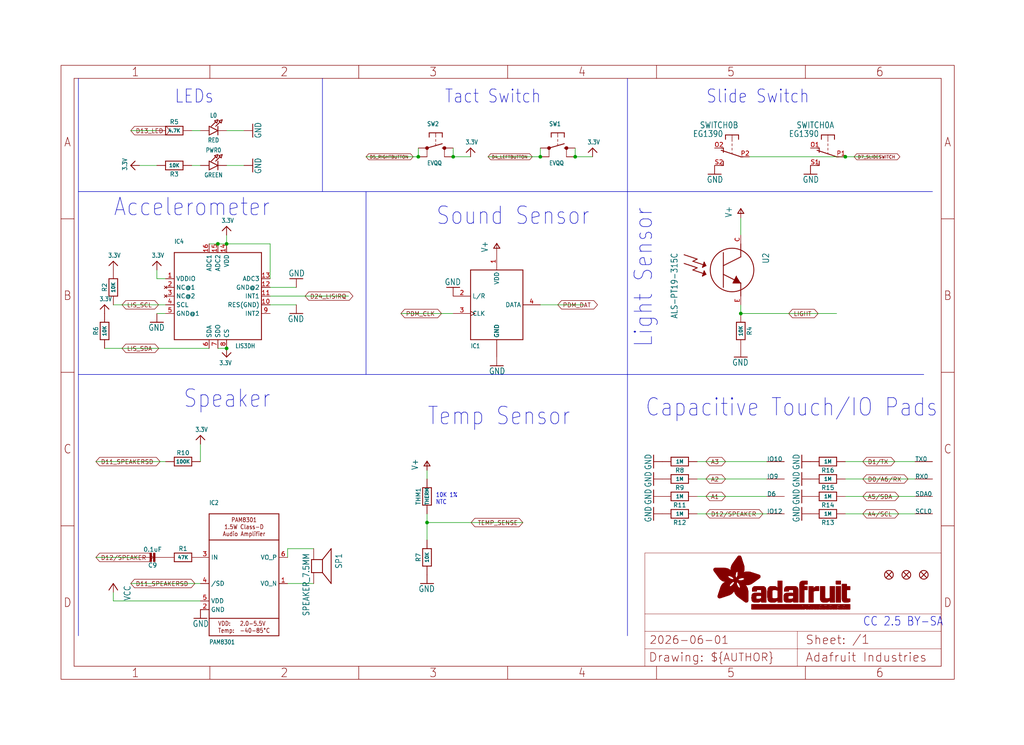
<source format=kicad_sch>
(kicad_sch (version 20230121) (generator eeschema)
  (paper "User" 298.45 217.322)
  (lib_symbols
    (symbol "working-eagle-import:3.3V" (power)
      (property "Value" "3.3V" (at -1.524 1.016 0))
      (symbol "3.3V_1_0"
        (pin power_in line (at 0 -2.54 90) (length 2.54) (name "3.3V") (number "1"))
      )
    )
    (symbol "working-eagle-import:ACCEL_LIS3DHTR"
      (property "Reference" "U" (at -12.7 15.24 0))
      (symbol "ACCEL_LIS3DHTR_1_0"
        (pin power_in line (at -15.24 5.08 0) (length 2.54) (name "VDDIO") (number "1"))
        (pin bidirectional line (at 15.24 -2.54 180) (length 2.54) (name "RES(GND)") (number "10"))
        (pin output line (at 15.24 0 180) (length 2.54) (name "INT1") (number "11"))
        (pin power_in line (at 15.24 2.54 180) (length 2.54) (name "GND@2") (number "12"))
        (pin input line (at 15.24 5.08 180) (length 2.54) (name "ADC3") (number "13"))
        (pin power_in line (at 2.54 15.24 270) (length 2.54) (name "VDD") (number "14"))
        (pin input line (at 0 15.24 270) (length 2.54) (name "ADC2") (number "15"))
        (pin input line (at -2.54 15.24 270) (length 2.54) (name "ADC1") (number "16"))
        (pin no_connect line (at -15.24 2.54 0) (length 2.54) (name "NC@1") (number "2"))
        (pin no_connect line (at -15.24 0 0) (length 2.54) (name "NC@2") (number "3"))
        (pin bidirectional line (at -15.24 -2.54 0) (length 2.54) (name "SCL") (number "4"))
        (pin power_in line (at -15.24 -5.08 0) (length 2.54) (name "GND@1") (number "5"))
        (pin bidirectional line (at -2.54 -15.24 90) (length 2.54) (name "SDA") (number "6"))
        (pin bidirectional line (at 0 -15.24 90) (length 2.54) (name "SDO") (number "7"))
        (pin input line (at 2.54 -15.24 90) (length 2.54) (name "CS") (number "8"))
        (pin output line (at 15.24 -5.08 180) (length 2.54) (name "INT2") (number "9"))
      )
    )
    (symbol "working-eagle-import:CAP_CERAMIC0603_NO"
      (property "Reference" "C" (at -2.29 1.25 90))
      (symbol "CAP_CERAMIC0603_NO_1_0"
        (pin passive line (at 0 5.08 270) (length 2.54) (name "1") (number "1"))
        (pin passive line (at 0 -2.54 90) (length 2.54) (name "2") (number "2"))
      )
    )
    (symbol "working-eagle-import:DPDT-EG1390"
      (property "Reference" "SW" (at -8.255 -1.905 90))
      (symbol "DPDT-EG1390_1_0"
        (pin passive line (at -2.54 5.08 270) (length 2.54) (name "O") (number "O1"))
        (pin passive line (at 0 -5.08 90) (length 2.54) (name "P") (number "P1"))
        (pin passive line (at 2.54 5.08 270) (length 2.54) (name "S") (number "S1"))
      )
      (symbol "DPDT-EG1390_2_0"
        (pin passive line (at -2.54 5.08 270) (length 2.54) (name "O") (number "O2"))
        (pin passive line (at 0 -5.08 90) (length 2.54) (name "P") (number "P2"))
        (pin passive line (at 2.54 5.08 270) (length 2.54) (name "S") (number "S2"))
      )
    )
    (symbol "working-eagle-import:FIDUCIAL_1MM")
    (symbol "working-eagle-import:FRAME_A4_ADAFRUIT"
      (symbol "FRAME_A4_ADAFRUIT_1_0"
        (text "${#}/${##}" (at 230.505 10.16 0) (effects (font (size 2.54 2.54)) (justify left bottom)))
        (text "${AUTHOR}" (at 189.23 5.08 0) (effects (font (size 2.286 2.286)) (justify left bottom)))
        (text "${CURRENT_DATE}" (at 171.45 10.16 0) (effects (font (size 2.286 2.286)) (justify left bottom)))
        (text "${PROJECTNAME}" (at 171.45 15.24 0) (effects (font (size 2.54 2.54)) (justify left bottom)))
        (text "1" (at 21.6958 1.905 0) (effects (font (size 2.54 2.286))))
        (text "1" (at 21.6958 177.165 0) (effects (font (size 2.54 2.286))))
        (text "2" (at 65.0875 1.905 0) (effects (font (size 2.54 2.286))))
        (text "2" (at 65.0875 177.165 0) (effects (font (size 2.54 2.286))))
        (text "3" (at 108.4792 1.905 0) (effects (font (size 2.54 2.286))))
        (text "3" (at 108.4792 177.165 0) (effects (font (size 2.54 2.286))))
        (text "4" (at 151.8708 1.905 0) (effects (font (size 2.54 2.286))))
        (text "4" (at 151.8708 177.165 0) (effects (font (size 2.54 2.286))))
        (text "5" (at 195.2625 1.905 0) (effects (font (size 2.54 2.286))))
        (text "5" (at 195.2625 177.165 0) (effects (font (size 2.54 2.286))))
        (text "6" (at 238.6542 1.905 0) (effects (font (size 2.54 2.286))))
        (text "6" (at 238.6542 177.165 0) (effects (font (size 2.54 2.286))))
        (text "A" (at 1.905 156.6863 0) (effects (font (size 2.54 2.286))))
        (text "A" (at 258.445 156.6863 0) (effects (font (size 2.54 2.286))))
        (text "Adafruit Industries" (at 216.916 4.953 0) (effects (font (size 2.54 2.54)) (justify left bottom)))
        (text "B" (at 1.905 111.9188 0) (effects (font (size 2.54 2.286))))
        (text "B" (at 258.445 111.9188 0) (effects (font (size 2.54 2.286))))
        (text "C" (at 1.905 67.1513 0) (effects (font (size 2.54 2.286))))
        (text "C" (at 258.445 67.1513 0) (effects (font (size 2.54 2.286))))
        (text "D" (at 1.905 22.3838 0) (effects (font (size 2.54 2.286))))
        (text "D" (at 258.445 22.3838 0) (effects (font (size 2.54 2.286))))
        (text "Drawing:" (at 171.196 4.953 0) (effects (font (size 2.54 2.54)) (justify left bottom)))
        (text "Sheet:" (at 216.916 10.033 0) (effects (font (size 2.54 2.54)) (justify left bottom)))
      )
    )
    (symbol "working-eagle-import:GND" (power)
      (property "Value" "GND" (at -2.54 -2.54 0))
      (symbol "GND_1_0"
        (pin power_in line (at 0 2.54 270) (length 2.54) (name "GND") (number "1"))
      )
    )
    (symbol "working-eagle-import:LED0603_NOOUTLINE"
      (property "Reference" "D" (at -1.27 4.445 0))
      (symbol "LED0603_NOOUTLINE_1_0"
        (pin passive line (at -5.08 0 0) (length 2.54) (name "A") (number "A"))
        (pin passive line (at 2.54 0 180) (length 2.54) (name "C") (number "C"))
      )
    )
    (symbol "working-eagle-import:MIC_PDM_SPK0415"
      (property "Reference" "IC" (at -7.62 -12.7 0))
      (symbol "MIC_PDM_SPK0415_1_0"
        (pin power_in line (at 0 15.24 270) (length 5.08) (name "VDD") (number "1"))
        (pin input line (at -12.7 2.54 0) (length 5.08) (name "L/R") (number "2"))
        (pin input clock (at -12.7 -2.54 0) (length 5.08) (name "CLK") (number "3"))
        (pin bidirectional line (at 12.7 0 180) (length 5.08) (name "DATA") (number "4"))
        (pin power_in line (at 0 -15.24 90) (length 5.08) (name "GND") (number "5"))
        (pin power_in line (at 0 -15.24 90) (length 5.08) (name "GND") (number "6"))
        (pin power_in line (at 0 -15.24 90) (length 5.08) (name "GND") (number "7"))
        (pin power_in line (at 0 -15.24 90) (length 5.08) (name "GND") (number "8"))
      )
    )
    (symbol "working-eagle-import:PAM8301"
      (property "Reference" "IC" (at -10.16 17.78 0))
      (symbol "PAM8301_1_0"
        (text "2.0-5.5V\n-40-85°C" (at -1.27 -17.78 0) (effects (font (size 1.27 1.0795)) (justify left)))
        (text "PAM8301\n1.5W Class-D\nAudio Amplifier" (at 0 11.43 0) (effects (font (size 1.27 1.0795))))
        (text "VDD:\nTemp:" (at -7.62 -17.78 0) (effects (font (size 1.27 1.0795)) (justify left)))
        (pin output line (at 12.7 -5.08 180) (length 2.54) (name "VO_N") (number "1"))
        (pin power_in line (at -12.7 -12.7 0) (length 2.54) (name "GND") (number "2"))
        (pin input line (at -12.7 2.54 0) (length 2.54) (name "IN") (number "3"))
        (pin input line (at -12.7 -5.08 0) (length 2.54) (name "/SD") (number "4"))
        (pin power_in line (at -12.7 -10.16 0) (length 2.54) (name "VDD") (number "5"))
        (pin output line (at 12.7 2.54 180) (length 2.54) (name "VO_P") (number "6"))
      )
    )
    (symbol "working-eagle-import:PHOTOTRANSISTOR_PT19-315C"
      (property "Reference" "U" (at 8.89 5.08 90))
      (symbol "PHOTOTRANSISTOR_PT19-315C_1_0"
        (pin bidirectional line (at 2.54 10.16 270) (length 2.54) (name "C") (number "C"))
        (pin bidirectional line (at 2.54 -10.16 90) (length 2.54) (name "E") (number "E"))
      )
    )
    (symbol "working-eagle-import:RESISTOR_0402"
      (property "Reference" "R" (at 0 2.54 0))
      (symbol "RESISTOR_0402_1_0"
        (pin passive line (at -5.08 0 0) (length 2.54) (name "1") (number "1"))
        (pin passive line (at 5.08 0 180) (length 2.54) (name "2") (number "2"))
      )
    )
    (symbol "working-eagle-import:RESISTOR_0603_NOOUT"
      (property "Reference" "R" (at 0 2.54 0))
      (symbol "RESISTOR_0603_NOOUT_1_0"
        (pin passive line (at -5.08 0 0) (length 2.54) (name "1") (number "1"))
        (pin passive line (at 5.08 0 180) (length 2.54) (name "2") (number "2"))
      )
    )
    (symbol "working-eagle-import:SEWTAP-ALLIGATOR"
      (property "Reference" "TP" (at 0 0 0))
      (symbol "SEWTAP-ALLIGATOR_1_0"
        (pin bidirectional line (at 0 0 0) (length 5.08) (name "SEW") (number "P$1"))
      )
    )
    (symbol "working-eagle-import:SPEAKER_7.5MM"
      (property "Reference" "SP" (at -3.81 6.35 0))
      (symbol "SPEAKER_7.5MM_1_0"
        (pin passive line (at -5.08 0 0) (length 2.54) (name "+") (number "+"))
        (pin passive line (at 5.08 0 180) (length 2.54) (name "-") (number "-"))
      )
    )
    (symbol "working-eagle-import:SWITCH_TACT_SMT_EVQQ2_SMALL"
      (property "Reference" "SW" (at -2.54 6.35 0))
      (symbol "SWITCH_TACT_SMT_EVQQ2_SMALL_1_0"
        (pin passive line (at -5.08 0 0) (length 2.54) (name "P") (number "A"))
        (pin passive line (at -5.08 -2.54 0) (length 2.54) (name "P1") (number "A'"))
        (pin passive line (at 5.08 0 180) (length 2.54) (name "S") (number "B"))
        (pin passive line (at 5.08 -2.54 180) (length 2.54) (name "S1") (number "B'"))
      )
    )
    (symbol "working-eagle-import:V+" (power)
      (property "Value" "V+" (at -2.54 -2.54 90))
      (symbol "V+_1_0"
        (pin power_in line (at 0 -2.54 90) (length 2.54) (name "V+") (number "1"))
      )
    )
    (symbol "working-eagle-import:VCC" (power)
      (property "Value" "VCC" (at -2.54 -2.54 90))
      (symbol "VCC_1_0"
        (pin power_in line (at 0 -2.54 90) (length 2.54) (name "VCC") (number "1"))
      )
    )
  )
  (junction (at 124.46 152.4))
  (junction (at 132.08 45.72))
  (junction (at 167.64 45.72))
  (junction (at 157.48 45.72))
  (junction (at 66.04 71.12))
  (junction (at 63.5 71.12))
  (junction (at 121.92 45.72))
  (junction (at 66.04 101.6))
  (junction (at 215.9 91.44))
  (junction (at 246.38 45.72))
  (wire (pts (xy 78.74 88.9) (xy 86.36 88.9)) (stroke (width 0.1524)))
  (wire (pts (xy 48.26 81.28) (xy 45.72 81.28)) (stroke (width 0.1524)))
  (wire (pts (xy 60.96 101.6) (xy 30.48 101.6)) (stroke (width 0.1524)))
  (wire (pts (xy 132.08 45.72) (xy 137.16 45.72)) (stroke (width 0.1524)))
  (wire (pts (xy 91.44 170.18) (xy 83.82 170.18)) (stroke (width 0.1524)))
  (wire (pts (xy 55.88 38.1) (xy 58.42 38.1)) (stroke (width 0.1524)))
  (wire (pts (xy 66.04 71.12) (xy 63.5 71.12)) (stroke (width 0.1524)))
  (wire (pts (xy 58.42 134.62) (xy 58.42 129.54)) (stroke (width 0.1524)))
  (wire (pts (xy 124.46 152.4) (xy 152.4 152.4)) (stroke (width 0.1524)))
  (wire (pts (xy 121.92 45.72) (xy 106.68 45.72)) (stroke (width 0.1524)))
  (polyline (pts (xy 22.86 55.88) (xy 22.86 109.22)) (stroke (width 0.1524) (type solid)))
  (wire (pts (xy 58.42 175.26) (xy 33.02 175.26)) (stroke (width 0.1524)))
  (polyline (pts (xy 182.88 55.88) (xy 271.78 55.88)) (stroke (width 0.1524) (type solid)))
  (wire (pts (xy 58.42 170.18) (xy 38.1 170.18)) (stroke (width 0.1524)))
  (wire (pts (xy 132.08 91.44) (xy 116.84 91.44)) (stroke (width 0.1524)))
  (wire (pts (xy 223.52 149.86) (xy 203.2 149.86)) (stroke (width 0.1524)))
  (wire (pts (xy 215.9 91.44) (xy 215.9 88.9)) (stroke (width 0.1524)))
  (wire (pts (xy 218.44 45.72) (xy 246.38 45.72)) (stroke (width 0.1524)))
  (wire (pts (xy 66.04 68.58) (xy 66.04 71.12)) (stroke (width 0.1524)))
  (wire (pts (xy 83.82 162.56) (xy 83.82 160.02)) (stroke (width 0.1524)))
  (wire (pts (xy 78.74 86.36) (xy 101.6 86.36)) (stroke (width 0.1524)))
  (wire (pts (xy 167.64 43.18) (xy 167.64 45.72)) (stroke (width 0.1524)))
  (wire (pts (xy 71.12 48.26) (xy 66.04 48.26)) (stroke (width 0.1524)))
  (wire (pts (xy 78.74 71.12) (xy 66.04 71.12)) (stroke (width 0.1524)))
  (wire (pts (xy 124.46 152.4) (xy 124.46 149.86)) (stroke (width 0.1524)))
  (wire (pts (xy 63.5 101.6) (xy 66.04 101.6)) (stroke (width 0.1524)))
  (wire (pts (xy 246.38 139.7) (xy 266.7 139.7)) (stroke (width 0.1524)))
  (wire (pts (xy 78.74 83.82) (xy 86.36 83.82)) (stroke (width 0.1524)))
  (polyline (pts (xy 93.98 55.88) (xy 106.68 55.88)) (stroke (width 0.1524) (type solid)))
  (wire (pts (xy 203.2 139.7) (xy 223.52 139.7)) (stroke (width 0.1524)))
  (wire (pts (xy 78.74 81.28) (xy 78.74 71.12)) (stroke (width 0.1524)))
  (polyline (pts (xy 22.86 109.22) (xy 106.68 109.22)) (stroke (width 0.1524) (type solid)))
  (wire (pts (xy 55.88 48.26) (xy 58.42 48.26)) (stroke (width 0.1524)))
  (wire (pts (xy 45.72 91.44) (xy 48.26 91.44)) (stroke (width 0.1524)))
  (polyline (pts (xy 22.86 109.22) (xy 22.86 185.42)) (stroke (width 0.1524) (type solid)))
  (polyline (pts (xy 106.68 55.88) (xy 106.68 109.22)) (stroke (width 0.1524) (type solid)))
  (wire (pts (xy 215.9 91.44) (xy 243.84 91.44)) (stroke (width 0.1524)))
  (wire (pts (xy 124.46 157.48) (xy 124.46 152.4)) (stroke (width 0.1524)))
  (polyline (pts (xy 22.86 22.86) (xy 22.86 55.88)) (stroke (width 0.1524) (type solid)))
  (wire (pts (xy 40.64 162.56) (xy 27.94 162.56)) (stroke (width 0.1524)))
  (wire (pts (xy 132.08 43.18) (xy 132.08 45.72)) (stroke (width 0.1524)))
  (wire (pts (xy 167.64 45.72) (xy 172.72 45.72)) (stroke (width 0.1524)))
  (wire (pts (xy 157.48 88.9) (xy 170.18 88.9)) (stroke (width 0.1524)))
  (wire (pts (xy 124.46 137.16) (xy 124.46 139.7)) (stroke (width 0.1524)))
  (wire (pts (xy 45.72 48.26) (xy 40.64 48.26)) (stroke (width 0.1524)))
  (wire (pts (xy 66.04 38.1) (xy 71.12 38.1)) (stroke (width 0.1524)))
  (polyline (pts (xy 182.88 22.86) (xy 182.88 55.88)) (stroke (width 0.1524) (type solid)))
  (wire (pts (xy 63.5 71.12) (xy 60.96 71.12)) (stroke (width 0.1524)))
  (polyline (pts (xy 22.86 55.88) (xy 93.98 55.88)) (stroke (width 0.1524) (type solid)))
  (polyline (pts (xy 182.88 109.22) (xy 269.24 109.22)) (stroke (width 0.1524) (type solid)))
  (wire (pts (xy 83.82 160.02) (xy 91.44 160.02)) (stroke (width 0.1524)))
  (wire (pts (xy 215.9 68.58) (xy 215.9 63.5)) (stroke (width 0.1524)))
  (polyline (pts (xy 93.98 55.88) (xy 93.98 22.86)) (stroke (width 0.1524) (type solid)))
  (wire (pts (xy 48.26 88.9) (xy 33.02 88.9)) (stroke (width 0.1524)))
  (wire (pts (xy 246.38 45.72) (xy 256.54 45.72)) (stroke (width 0.1524)))
  (wire (pts (xy 203.2 134.62) (xy 223.52 134.62)) (stroke (width 0.1524)))
  (polyline (pts (xy 182.88 55.88) (xy 182.88 109.22)) (stroke (width 0.1524) (type solid)))
  (polyline (pts (xy 182.88 109.22) (xy 182.88 185.42)) (stroke (width 0.1524) (type solid)))
  (wire (pts (xy 48.26 134.62) (xy 27.94 134.62)) (stroke (width 0.1524)))
  (wire (pts (xy 223.52 144.78) (xy 203.2 144.78)) (stroke (width 0.1524)))
  (polyline (pts (xy 106.68 55.88) (xy 182.88 55.88)) (stroke (width 0.1524) (type solid)))
  (wire (pts (xy 121.92 43.18) (xy 121.92 45.72)) (stroke (width 0.1524)))
  (wire (pts (xy 266.7 149.86) (xy 246.38 149.86)) (stroke (width 0.1524)))
  (wire (pts (xy 266.7 144.78) (xy 246.38 144.78)) (stroke (width 0.1524)))
  (polyline (pts (xy 106.68 109.22) (xy 182.88 109.22)) (stroke (width 0.1524) (type solid)))
  (wire (pts (xy 157.48 45.72) (xy 142.24 45.72)) (stroke (width 0.1524)))
  (wire (pts (xy 45.72 81.28) (xy 45.72 78.74)) (stroke (width 0.1524)))
  (wire (pts (xy 45.72 38.1) (xy 38.1 38.1)) (stroke (width 0.1524)))
  (wire (pts (xy 33.02 175.26) (xy 33.02 172.72)) (stroke (width 0.1524)))
  (wire (pts (xy 246.38 134.62) (xy 266.7 134.62)) (stroke (width 0.1524)))
  (wire (pts (xy 157.48 43.18) (xy 157.48 45.72)) (stroke (width 0.1524)))
  (text "Slide Switch" (at 205.74 30.48 0) (effects (font (size 3.81 3.2385)) (justify left bottom)))
  (text "Capacitive Touch/IO Pads" (at 187.96 121.92 0) (effects (font (size 5.08 4.318)) (justify left bottom)))
  (text "Tact Switch" (at 129.54 30.48 0) (effects (font (size 3.81 3.2385)) (justify left bottom)))
  (text "Accelerometer" (at 33.02 63.5 0) (effects (font (size 5.08 4.318)) (justify left bottom)))
  (text "Light Sensor" (at 190.5 101.6 90) (effects (font (size 5.08 4.318)) (justify left bottom)))
  (text "Sound Sensor" (at 127 66.04 0) (effects (font (size 5.08 4.318)) (justify left bottom)))
  (text "LEDs" (at 50.8 30.48 0) (effects (font (size 3.81 3.2385)) (justify left bottom)))
  (text "Speaker" (at 53.34 119.38 0) (effects (font (size 5.08 4.318)) (justify left bottom)))
  (text "Temp Sensor" (at 124.46 124.46 0) (effects (font (size 5.08 4.318)) (justify left bottom)))
  (text "CC 2.5 BY-SA" (at 251.46 182.88 0) (effects (font (size 2.54 2.159)) (justify left bottom)))
  (text "10K 1%\nNTC" (at 127 147.32 0) (effects (font (size 1.27 1.0795)) (justify left bottom)))
  (global_label "D5_RIGHTBUTTON" (shape bidirectional) (at 106.68 45.72 0) (effects (font (size 0.889 0.889))) (property "Intersheetrefs" "${INTERSHEET_REFS}" (effects hide)))
  (global_label "D24_LISIRQ" (shape bidirectional) (at 88.9 86.36 0) (effects (font (size 1.2446 1.2446))) (property "Intersheetrefs" "${INTERSHEET_REFS}" (effects hide)))
  (global_label "PDM_CLK" (shape bidirectional) (at 116.84 91.44 0) (effects (font (size 1.2446 1.2446))) (property "Intersheetrefs" "${INTERSHEET_REFS}" (effects hide)))
  (global_label "LIGHT" (shape bidirectional) (at 229.87 91.44 0) (effects (font (size 1.2446 1.2446))) (property "Intersheetrefs" "${INTERSHEET_REFS}" (effects hide)))
  (global_label "D12/SPEAKER" (shape bidirectional) (at 27.94 162.56 0) (effects (font (size 1.2446 1.2446))) (property "Intersheetrefs" "${INTERSHEET_REFS}" (effects hide)))
  (global_label "D11_SPEAKERSD" (shape bidirectional) (at 38.1 170.18 0) (effects (font (size 1.2446 1.2446))) (property "Intersheetrefs" "${INTERSHEET_REFS}" (effects hide)))
  (global_label "PDM_DAT" (shape bidirectional) (at 162.56 88.9 0) (effects (font (size 1.2446 1.2446))) (property "Intersheetrefs" "${INTERSHEET_REFS}" (effects hide)))
  (global_label "TEMP_SENSE" (shape bidirectional) (at 152.4 152.4 180) (effects (font (size 1.2446 1.2446))) (property "Intersheetrefs" "${INTERSHEET_REFS}" (effects hide)))
  (global_label "D7_SLIDESWITCH" (shape bidirectional) (at 248.92 45.72 0) (effects (font (size 0.889 0.889))) (property "Intersheetrefs" "${INTERSHEET_REFS}" (effects hide)))
  (global_label "A4/SCL" (shape bidirectional) (at 251.46 149.86 0) (effects (font (size 1.2446 1.2446))) (property "Intersheetrefs" "${INTERSHEET_REFS}" (effects hide)))
  (global_label "D0/A6/RX" (shape bidirectional) (at 251.46 139.7 0) (effects (font (size 1.2446 1.2446))) (property "Intersheetrefs" "${INTERSHEET_REFS}" (effects hide)))
  (global_label "D12/SPEAKER" (shape bidirectional) (at 205.74 149.86 0) (effects (font (size 1.2446 1.2446))) (property "Intersheetrefs" "${INTERSHEET_REFS}" (effects hide)))
  (global_label "A5/SDA" (shape bidirectional) (at 251.46 144.78 0) (effects (font (size 1.2446 1.2446))) (property "Intersheetrefs" "${INTERSHEET_REFS}" (effects hide)))
  (global_label "LIS_SCL" (shape bidirectional) (at 35.56 88.9 0) (effects (font (size 1.2446 1.2446))) (property "Intersheetrefs" "${INTERSHEET_REFS}" (effects hide)))
  (global_label "A1" (shape bidirectional) (at 205.74 144.78 0) (effects (font (size 1.2446 1.2446))) (property "Intersheetrefs" "${INTERSHEET_REFS}" (effects hide)))
  (global_label "LIS_SDA" (shape bidirectional) (at 35.56 101.6 0) (effects (font (size 1.2446 1.2446))) (property "Intersheetrefs" "${INTERSHEET_REFS}" (effects hide)))
  (global_label "D1/TX" (shape bidirectional) (at 251.46 134.62 0) (effects (font (size 1.2446 1.2446))) (property "Intersheetrefs" "${INTERSHEET_REFS}" (effects hide)))
  (global_label "A3" (shape bidirectional) (at 205.74 134.62 0) (effects (font (size 1.2446 1.2446))) (property "Intersheetrefs" "${INTERSHEET_REFS}" (effects hide)))
  (global_label "A2" (shape bidirectional) (at 205.74 139.7 0) (effects (font (size 1.2446 1.2446))) (property "Intersheetrefs" "${INTERSHEET_REFS}" (effects hide)))
  (global_label "D11_SPEAKERSD" (shape bidirectional) (at 27.94 134.62 0) (effects (font (size 1.2446 1.2446))) (property "Intersheetrefs" "${INTERSHEET_REFS}" (effects hide)))
  (global_label "D4_LEFTBUTTON" (shape bidirectional) (at 142.24 45.72 0) (effects (font (size 0.889 0.889))) (property "Intersheetrefs" "${INTERSHEET_REFS}" (effects hide)))
  (global_label "D13_LED" (shape bidirectional) (at 38.1 38.1 0) (effects (font (size 1.2446 1.2446))) (property "Intersheetrefs" "${INTERSHEET_REFS}" (effects hide)))
  (symbol (lib_id "working-eagle-import:PAM8301") (at 71.12 165.1 0) (unit 1)
    (property "Reference" "IC2" (at 60.96 147.32 0) (effects (font (size 1.27 1.0795)) (justify left bottom)))
    (property "Value" "PAM8301" (at 60.96 187.96 0) (effects (font (size 1.27 1.0795)) (justify left bottom)))
    (property "Footprint" "working:SOT23-6" (effects hide))
  )
  (symbol (lib_id "working-eagle-import:RESISTOR_0603_NOOUT") (at 241.3 134.62 180) (unit 1)
    (property "Reference" "R16" (at 241.3 137.16 0))
    (property "Value" "1M" (at 241.3 134.62 0) (effects (font (size 1.016 1.016) bold)))
    (property "Footprint" "working:0603-NO" (effects hide))
  )
  (symbol (lib_id "working-eagle-import:RESISTOR_0603_NOOUT") (at 53.34 162.56 0) (unit 1)
    (property "Reference" "R1" (at 53.34 160.02 0))
    (property "Value" "47K" (at 53.34 162.56 0) (effects (font (size 1.016 1.016) bold)))
    (property "Footprint" "working:0603-NO" (effects hide))
  )
  (symbol (lib_id "working-eagle-import:DPDT-EG1390") (at 213.36 45.72 90) (mirror x) (unit 2)
    (property "Reference" "SWITCH0" (at 215.265 37.465 90) (effects (font (size 1.778 1.5113)) (justify left bottom)))
    (property "Value" "EG1390" (at 210.82 40.005 90) (effects (font (size 1.778 1.5113)) (justify left bottom)))
    (property "Footprint" "working:EG1390" (effects hide))
  )
  (symbol (lib_id "working-eagle-import:RESISTOR_0603_NOOUT") (at 198.12 144.78 180) (unit 1)
    (property "Reference" "R11" (at 198.12 147.32 0))
    (property "Value" "1M" (at 198.12 144.78 0) (effects (font (size 1.016 1.016) bold)))
    (property "Footprint" "working:0603-NO" (effects hide))
  )
  (symbol (lib_id "working-eagle-import:FIDUCIAL_1MM") (at 264.16 167.64 0) (unit 1)
    (property "Reference" "U$2" (effects hide))
    (property "Value" "FIDUCIAL_1MM" (effects hide))
    (property "Footprint" "working:FIDUCIAL_1MM" (effects hide))
  )
  (symbol (lib_id "working-eagle-import:RESISTOR_0603_NOOUT") (at 241.3 139.7 180) (unit 1)
    (property "Reference" "R15" (at 241.3 142.24 0))
    (property "Value" "1M" (at 241.3 139.7 0) (effects (font (size 1.016 1.016) bold)))
    (property "Footprint" "working:0603-NO" (effects hide))
  )
  (symbol (lib_id "working-eagle-import:V+") (at 144.78 71.12 0) (unit 1)
    (property "Reference" "#P+18" (effects hide))
    (property "Value" "V+" (at 142.24 73.66 90) (effects (font (size 1.778 1.5113)) (justify left bottom)))
  )
  (symbol (lib_id "working-eagle-import:GND") (at 190.5 149.86 270) (mirror x) (unit 1)
    (property "Reference" "#GND33" (effects hide))
    (property "Value" "GND" (at 187.96 152.4 0) (effects (font (size 1.778 1.5113)) (justify left bottom)))
  )
  (symbol (lib_id "working-eagle-import:GND") (at 86.36 91.44 0) (unit 1)
    (property "Reference" "#GND12" (effects hide))
    (property "Value" "GND" (at 83.82 93.98 0) (effects (font (size 1.778 1.5113)) (justify left bottom)))
  )
  (symbol (lib_id "working-eagle-import:FIDUCIAL_1MM") (at 259.08 167.64 0) (unit 1)
    (property "Reference" "U$3" (effects hide))
    (property "Value" "FIDUCIAL_1MM" (effects hide))
    (property "Footprint" "working:FIDUCIAL_1MM" (effects hide))
    (property "BOM" "EXCLUDE" (effects hide))
  )
  (symbol (lib_id "working-eagle-import:GND") (at 236.22 50.8 0) (mirror y) (unit 1)
    (property "Reference" "#GND37" (effects hide))
    (property "Value" "GND" (at 238.76 53.34 0) (effects (font (size 1.778 1.5113)) (justify left bottom)))
  )
  (symbol (lib_id "working-eagle-import:GND") (at 144.78 106.68 0) (mirror y) (unit 1)
    (property "Reference" "#GND3" (effects hide))
    (property "Value" "GND" (at 147.32 109.22 0) (effects (font (size 1.778 1.5113)) (justify left bottom)))
  )
  (symbol (lib_id "working-eagle-import:RESISTOR_0603_NOOUT") (at 241.3 149.86 180) (unit 1)
    (property "Reference" "R13" (at 241.3 152.4 0))
    (property "Value" "1M" (at 241.3 149.86 0) (effects (font (size 1.016 1.016) bold)))
    (property "Footprint" "working:0603-NO" (effects hide))
  )
  (symbol (lib_id "working-eagle-import:GND") (at 190.5 139.7 270) (mirror x) (unit 1)
    (property "Reference" "#GND25" (effects hide))
    (property "Value" "GND" (at 187.96 142.24 0) (effects (font (size 1.778 1.5113)) (justify left bottom)))
  )
  (symbol (lib_id "working-eagle-import:3.3V") (at 137.16 43.18 0) (unit 1)
    (property "Reference" "#U$37" (effects hide))
    (property "Value" "3.3V" (at 135.636 42.164 0) (effects (font (size 1.27 1.0795)) (justify left bottom)))
  )
  (symbol (lib_id "working-eagle-import:LED0603_NOOUTLINE") (at 63.5 38.1 0) (unit 1)
    (property "Reference" "L0" (at 62.23 33.655 0) (effects (font (size 1.27 1.0795))))
    (property "Value" "RED" (at 62.23 40.894 0) (effects (font (size 1.27 1.0795))))
    (property "Footprint" "working:CHIPLED_0603_NOOUTLINE" (effects hide))
  )
  (symbol (lib_id "working-eagle-import:RESISTOR_0603_NOOUT") (at 30.48 96.52 90) (unit 1)
    (property "Reference" "R6" (at 27.94 96.52 0))
    (property "Value" "10K" (at 30.48 96.52 0) (effects (font (size 1.016 1.016) bold)))
    (property "Footprint" "working:0603-NO" (effects hide))
  )
  (symbol (lib_id "working-eagle-import:RESISTOR_0603_NOOUT") (at 50.8 38.1 0) (unit 1)
    (property "Reference" "R5" (at 50.8 35.56 0))
    (property "Value" "4.7K" (at 50.8 38.1 0) (effects (font (size 1.016 1.016) bold)))
    (property "Footprint" "working:0603-NO" (effects hide))
  )
  (symbol (lib_id "working-eagle-import:3.3V") (at 30.48 88.9 0) (unit 1)
    (property "Reference" "#U$27" (effects hide))
    (property "Value" "3.3V" (at 28.956 87.884 0) (effects (font (size 1.27 1.0795)) (justify left bottom)))
  )
  (symbol (lib_id "working-eagle-import:SWITCH_TACT_SMT_EVQQ2_SMALL") (at 162.56 43.18 0) (unit 1)
    (property "Reference" "SW1" (at 160.02 36.83 0) (effects (font (size 1.27 1.0795)) (justify left bottom)))
    (property "Value" "EVQQ" (at 160.02 48.26 0) (effects (font (size 1.27 1.0795)) (justify left bottom)))
    (property "Footprint" "working:EVQ-Q2_SMALLER" (effects hide))
  )
  (symbol (lib_id "working-eagle-import:GND") (at 190.5 134.62 270) (mirror x) (unit 1)
    (property "Reference" "#GND2" (effects hide))
    (property "Value" "GND" (at 187.96 137.16 0) (effects (font (size 1.778 1.5113)) (justify left bottom)))
  )
  (symbol (lib_id "working-eagle-import:RESISTOR_0603_NOOUT") (at 198.12 149.86 180) (unit 1)
    (property "Reference" "R12" (at 198.12 152.4 0))
    (property "Value" "1M" (at 198.12 149.86 0) (effects (font (size 1.016 1.016) bold)))
    (property "Footprint" "working:0603-NO" (effects hide))
  )
  (symbol (lib_id "working-eagle-import:GND") (at 124.46 170.18 0) (unit 1)
    (property "Reference" "#GND20" (effects hide))
    (property "Value" "GND" (at 121.92 172.72 0) (effects (font (size 1.778 1.5113)) (justify left bottom)))
  )
  (symbol (lib_id "working-eagle-import:SEWTAP-ALLIGATOR") (at 223.52 134.62 0) (unit 1)
    (property "Reference" "IO10" (at 223.52 134.62 0) (effects (justify left bottom)))
    (property "Value" "SEWTAP-ALLIGATOR" (effects hide))
    (property "Footprint" "working:SEWALLI" (effects hide))
  )
  (symbol (lib_id "working-eagle-import:SEWTAP-ALLIGATOR") (at 266.7 139.7 0) (unit 1)
    (property "Reference" "RX0" (at 266.7 139.7 0) (effects (justify left bottom)))
    (property "Value" "SEWTAP-ALLIGATOR" (effects hide))
    (property "Footprint" "working:SEWALLI" (effects hide))
  )
  (symbol (lib_id "working-eagle-import:3.3V") (at 66.04 104.14 180) (unit 1)
    (property "Reference" "#U$39" (effects hide))
    (property "Value" "3.3V" (at 67.564 105.156 0) (effects (font (size 1.27 1.0795)) (justify left bottom)))
  )
  (symbol (lib_id "working-eagle-import:RESISTOR_0402") (at 124.46 144.78 90) (unit 1)
    (property "Reference" "THM1" (at 121.92 144.78 0))
    (property "Value" "THERM" (at 124.46 144.78 0) (effects (font (size 1.016 1.016) bold)))
    (property "Footprint" "working:_0402" (effects hide))
  )
  (symbol (lib_id "working-eagle-import:GND") (at 86.36 81.28 180) (unit 1)
    (property "Reference" "#GND15" (effects hide))
    (property "Value" "GND" (at 88.9 78.74 0) (effects (font (size 1.778 1.5113)) (justify left bottom)))
  )
  (symbol (lib_id "working-eagle-import:3.3V") (at 172.72 43.18 0) (unit 1)
    (property "Reference" "#U$36" (effects hide))
    (property "Value" "3.3V" (at 171.196 42.164 0) (effects (font (size 1.27 1.0795)) (justify left bottom)))
  )
  (symbol (lib_id "working-eagle-import:GND") (at 58.42 180.34 0) (mirror y) (unit 1)
    (property "Reference" "#GND8" (effects hide))
    (property "Value" "GND" (at 60.96 182.88 0) (effects (font (size 1.778 1.5113)) (justify left bottom)))
  )
  (symbol (lib_id "working-eagle-import:RESISTOR_0603_NOOUT") (at 50.8 48.26 180) (unit 1)
    (property "Reference" "R3" (at 50.8 50.8 0))
    (property "Value" "10K" (at 50.8 48.26 0) (effects (font (size 1.016 1.016) bold)))
    (property "Footprint" "working:0603-NO" (effects hide))
  )
  (symbol (lib_id "working-eagle-import:GND") (at 73.66 38.1 90) (mirror x) (unit 1)
    (property "Reference" "#GND10" (effects hide))
    (property "Value" "GND" (at 76.2 35.56 0) (effects (font (size 1.778 1.5113)) (justify left bottom)))
  )
  (symbol (lib_id "working-eagle-import:LED0603_NOOUTLINE") (at 63.5 48.26 0) (unit 1)
    (property "Reference" "PWR0" (at 62.23 43.815 0) (effects (font (size 1.27 1.0795))))
    (property "Value" "GREEN" (at 62.23 51.054 0) (effects (font (size 1.27 1.0795))))
    (property "Footprint" "working:CHIPLED_0603_NOOUTLINE" (effects hide))
  )
  (symbol (lib_id "working-eagle-import:MIC_PDM_SPK0415") (at 144.78 88.9 0) (unit 1)
    (property "Reference" "IC1" (at 137.16 101.6 0) (effects (font (size 1.27 1.0795)) (justify left bottom)))
    (property "Value" "MIC_PDM_SPK0415" (effects hide))
    (property "Footprint" "working:SPK0415HM4H" (effects hide))
  )
  (symbol (lib_id "working-eagle-import:3.3V") (at 58.42 127 0) (unit 1)
    (property "Reference" "#U$52" (effects hide))
    (property "Value" "3.3V" (at 56.896 125.984 0) (effects (font (size 1.27 1.0795)) (justify left bottom)))
  )
  (symbol (lib_id "working-eagle-import:SWITCH_TACT_SMT_EVQQ2_SMALL") (at 127 43.18 0) (unit 1)
    (property "Reference" "SW2" (at 124.46 36.83 0) (effects (font (size 1.27 1.0795)) (justify left bottom)))
    (property "Value" "EVQQ" (at 124.46 48.26 0) (effects (font (size 1.27 1.0795)) (justify left bottom)))
    (property "Footprint" "working:EVQ-Q2_SMALLER" (effects hide))
  )
  (symbol (lib_id "working-eagle-import:FRAME_A4_ADAFRUIT") (at 17.78 198.12 0) (unit 1)
    (property "Reference" "#U$4" (effects hide))
    (property "Value" "FRAME_A4_ADAFRUIT" (effects hide))
  )
  (symbol (lib_id "working-eagle-import:GND") (at 190.5 144.78 270) (mirror x) (unit 1)
    (property "Reference" "#GND32" (effects hide))
    (property "Value" "GND" (at 187.96 147.32 0) (effects (font (size 1.778 1.5113)) (justify left bottom)))
  )
  (symbol (lib_id "working-eagle-import:FIDUCIAL_1MM") (at 269.24 167.64 0) (unit 1)
    (property "Reference" "U$6" (effects hide))
    (property "Value" "FIDUCIAL_1MM" (effects hide))
    (property "Footprint" "working:FIDUCIAL_1MM" (effects hide))
  )
  (symbol (lib_id "working-eagle-import:SEWTAP-ALLIGATOR") (at 223.52 149.86 0) (unit 1)
    (property "Reference" "IO12" (at 223.52 149.86 0) (effects (justify left bottom)))
    (property "Value" "SEWTAP-ALLIGATOR" (effects hide))
    (property "Footprint" "working:SEWALLI" (effects hide))
  )
  (symbol (lib_id "working-eagle-import:3.3V") (at 33.02 76.2 0) (unit 1)
    (property "Reference" "#U$17" (effects hide))
    (property "Value" "3.3V" (at 31.496 75.184 0) (effects (font (size 1.27 1.0795)) (justify left bottom)))
  )
  (symbol (lib_id "working-eagle-import:GND") (at 73.66 48.26 90) (unit 1)
    (property "Reference" "#GND9" (effects hide))
    (property "Value" "GND" (at 76.2 50.8 0) (effects (font (size 1.778 1.5113)) (justify left bottom)))
  )
  (symbol (lib_id "working-eagle-import:RESISTOR_0603_NOOUT") (at 124.46 162.56 90) (unit 1)
    (property "Reference" "R7" (at 121.92 162.56 0))
    (property "Value" "10K" (at 124.46 162.56 0) (effects (font (size 1.016 1.016) bold)))
    (property "Footprint" "working:0603-NO" (effects hide))
  )
  (symbol (lib_id "working-eagle-import:SEWTAP-ALLIGATOR") (at 223.52 144.78 0) (unit 1)
    (property "Reference" "D6" (at 223.52 144.78 0) (effects (justify left bottom)))
    (property "Value" "SEWTAP-ALLIGATOR" (effects hide))
    (property "Footprint" "working:SEWALLI" (effects hide))
  )
  (symbol (lib_id "working-eagle-import:RESISTOR_0603_NOOUT") (at 198.12 134.62 180) (unit 1)
    (property "Reference" "R8" (at 198.12 137.16 0))
    (property "Value" "1M" (at 198.12 134.62 0) (effects (font (size 1.016 1.016) bold)))
    (property "Footprint" "working:0603-NO" (effects hide))
  )
  (symbol (lib_id "working-eagle-import:GND") (at 45.72 93.98 0) (unit 1)
    (property "Reference" "#GND5" (effects hide))
    (property "Value" "GND" (at 43.18 96.52 0) (effects (font (size 1.778 1.5113)) (justify left bottom)))
  )
  (symbol (lib_id "working-eagle-import:GND") (at 233.68 144.78 270) (mirror x) (unit 1)
    (property "Reference" "#GND36" (effects hide))
    (property "Value" "GND" (at 231.14 147.32 0) (effects (font (size 1.778 1.5113)) (justify left bottom)))
  )
  (symbol (lib_id "working-eagle-import:ACCEL_LIS3DHTR") (at 63.5 86.36 0) (unit 1)
    (property "Reference" "IC4" (at 50.8 71.12 0) (effects (font (size 1.27 1.0795)) (justify left bottom)))
    (property "Value" "LIS3DH" (at 68.58 101.6 0) (effects (font (size 1.27 1.0795)) (justify left bottom)))
    (property "Footprint" "working:LGA16_3X3MM" (effects hide))
  )
  (symbol (lib_id "working-eagle-import:RESISTOR_0603_NOOUT") (at 241.3 144.78 180) (unit 1)
    (property "Reference" "R14" (at 241.3 147.32 0))
    (property "Value" "1M" (at 241.3 144.78 0) (effects (font (size 1.016 1.016) bold)))
    (property "Footprint" "working:0603-NO" (effects hide))
  )
  (symbol (lib_id "working-eagle-import:SEWTAP-ALLIGATOR") (at 266.7 144.78 0) (unit 1)
    (property "Reference" "SDA0" (at 266.7 144.78 0) (effects (justify left bottom)))
    (property "Value" "SEWTAP-ALLIGATOR" (effects hide))
    (property "Footprint" "working:SEWALLI" (effects hide))
  )
  (symbol (lib_id "working-eagle-import:GND") (at 208.28 50.8 0) (mirror y) (unit 1)
    (property "Reference" "#GND38" (effects hide))
    (property "Value" "GND" (at 210.82 53.34 0) (effects (font (size 1.778 1.5113)) (justify left bottom)))
  )
  (symbol (lib_id "working-eagle-import:RESISTOR_0603_NOOUT") (at 53.34 134.62 0) (unit 1)
    (property "Reference" "R10" (at 53.34 132.08 0))
    (property "Value" "100K" (at 53.34 134.62 0) (effects (font (size 1.016 1.016) bold)))
    (property "Footprint" "working:0603-NO" (effects hide))
  )
  (symbol (lib_id "working-eagle-import:GND") (at 233.68 134.62 270) (mirror x) (unit 1)
    (property "Reference" "#GND40" (effects hide))
    (property "Value" "GND" (at 231.14 137.16 0) (effects (font (size 1.778 1.5113)) (justify left bottom)))
  )
  (symbol (lib_id "working-eagle-import:GND") (at 233.68 139.7 270) (mirror x) (unit 1)
    (property "Reference" "#GND39" (effects hide))
    (property "Value" "GND" (at 231.14 142.24 0) (effects (font (size 1.778 1.5113)) (justify left bottom)))
  )
  (symbol (lib_id "working-eagle-import:3.3V") (at 38.1 48.26 90) (unit 1)
    (property "Reference" "#U$28" (effects hide))
    (property "Value" "3.3V" (at 37.084 49.784 0) (effects (font (size 1.27 1.0795)) (justify left bottom)))
  )
  (symbol (lib_id "working-eagle-import:V+") (at 124.46 134.62 0) (unit 1)
    (property "Reference" "#P+24" (effects hide))
    (property "Value" "V+" (at 121.92 137.16 90) (effects (font (size 1.778 1.5113)) (justify left bottom)))
  )
  (symbol (lib_id "working-eagle-import:GND") (at 132.08 83.82 0) (mirror x) (unit 1)
    (property "Reference" "#GND6" (effects hide))
    (property "Value" "GND" (at 129.54 81.28 0) (effects (font (size 1.778 1.5113)) (justify left bottom)))
  )
  (symbol (lib_id "working-eagle-import:SEWTAP-ALLIGATOR") (at 266.7 134.62 0) (unit 1)
    (property "Reference" "TX0" (at 266.7 134.62 0) (effects (justify left bottom)))
    (property "Value" "SEWTAP-ALLIGATOR" (effects hide))
    (property "Footprint" "working:SEWALLI" (effects hide))
  )
  (symbol (lib_id "working-eagle-import:PHOTOTRANSISTOR_PT19-315C") (at 213.36 78.74 0) (unit 1)
    (property "Reference" "U2" (at 222.25 73.66 90) (effects (font (size 1.778 1.5113)) (justify right top)))
    (property "Value" "ALS-PT19-315C" (at 195.58 73.66 90) (effects (font (size 1.778 1.5113)) (justify right top)))
    (property "Footprint" "working:ALS-PT19-315C" (effects hide))
  )
  (symbol (lib_id "working-eagle-import:RESISTOR_0603_NOOUT") (at 215.9 96.52 270) (mirror x) (unit 1)
    (property "Reference" "R4" (at 218.44 96.52 0))
    (property "Value" "10K" (at 215.9 96.52 0) (effects (font (size 1.016 1.016) bold)))
    (property "Footprint" "working:0603-NO" (effects hide))
  )
  (symbol (lib_id "working-eagle-import:RESISTOR_0603_NOOUT") (at 33.02 83.82 90) (unit 1)
    (property "Reference" "R2" (at 30.48 83.82 0))
    (property "Value" "10K" (at 33.02 83.82 0) (effects (font (size 1.016 1.016) bold)))
    (property "Footprint" "working:0603-NO" (effects hide))
  )
  (symbol (lib_id "working-eagle-import:V+") (at 215.9 60.96 0) (unit 1)
    (property "Reference" "#P+17" (effects hide))
    (property "Value" "V+" (at 213.36 63.5 90) (effects (font (size 1.778 1.5113)) (justify left bottom)))
  )
  (symbol (lib_id "working-eagle-import:3.3V") (at 66.04 66.04 0) (unit 1)
    (property "Reference" "#U$11" (effects hide))
    (property "Value" "3.3V" (at 64.516 65.024 0) (effects (font (size 1.27 1.0795)) (justify left bottom)))
  )
  (symbol (lib_id "working-eagle-import:VCC") (at 33.02 170.18 0) (unit 1)
    (property "Reference" "#P+4" (effects hide))
    (property "Value" "VCC" (at 38.1 175.26 90) (effects (font (size 1.778 1.5113)) (justify left bottom)))
  )
  (symbol (lib_id "working-eagle-import:3.3V") (at 45.72 76.2 0) (unit 1)
    (property "Reference" "#U$10" (effects hide))
    (property "Value" "3.3V" (at 44.196 75.184 0) (effects (font (size 1.27 1.0795)) (justify left bottom)))
  )
  (symbol (lib_id "working-eagle-import:SEWTAP-ALLIGATOR") (at 266.7 149.86 0) (unit 1)
    (property "Reference" "SCL0" (at 266.7 149.86 0) (effects (justify left bottom)))
    (property "Value" "SEWTAP-ALLIGATOR" (effects hide))
    (property "Footprint" "working:SEWALLI" (effects hide))
  )
  (symbol (lib_id "working-eagle-import:SPEAKER_7.5MM") (at 91.44 165.1 270) (unit 1)
    (property "Reference" "SP1" (at 97.79 161.29 0) (effects (font (size 1.778 1.5113)) (justify left bottom)))
    (property "Value" "SPEAKER_7.5MM" (at 88.265 161.29 0) (effects (font (size 1.778 1.5113)) (justify left bottom)))
    (property "Footprint" "working:BUZZER_SMT_7.5MM" (effects hide))
  )
  (symbol (lib_id "working-eagle-import:GND") (at 233.68 149.86 270) (mirror x) (unit 1)
    (property "Reference" "#GND35" (effects hide))
    (property "Value" "GND" (at 231.14 152.4 0) (effects (font (size 1.778 1.5113)) (justify left bottom)))
  )
  (symbol (lib_id "working-eagle-import:DPDT-EG1390") (at 241.3 45.72 90) (mirror x) (unit 1)
    (property "Reference" "SWITCH0" (at 243.205 37.465 90) (effects (font (size 1.778 1.5113)) (justify left bottom)))
    (property "Value" "EG1390" (at 238.76 40.005 90) (effects (font (size 1.778 1.5113)) (justify left bottom)))
    (property "Footprint" "working:EG1390" (effects hide))
  )
  (symbol (lib_id "working-eagle-import:SEWTAP-ALLIGATOR") (at 223.52 139.7 0) (unit 1)
    (property "Reference" "IO9" (at 223.52 139.7 0) (effects (justify left bottom)))
    (property "Value" "SEWTAP-ALLIGATOR" (effects hide))
    (property "Footprint" "working:SEWALLI" (effects hide))
  )
  (symbol (lib_id "working-eagle-import:CAP_CERAMIC0603_NO") (at 45.72 162.56 90) (unit 1)
    (property "Reference" "C9" (at 44.47 164.85 90))
    (property "Value" "0.1uF" (at 44.47 160.26 90))
    (property "Footprint" "working:0603-NO" (effects hide))
  )
  (symbol (lib_id "working-eagle-import:RESISTOR_0603_NOOUT") (at 198.12 139.7 180) (unit 1)
    (property "Reference" "R9" (at 198.12 142.24 0))
    (property "Value" "1M" (at 198.12 139.7 0) (effects (font (size 1.016 1.016) bold)))
    (property "Footprint" "working:0603-NO" (effects hide))
  )
  (symbol (lib_id "working-eagle-import:GND") (at 215.9 104.14 0) (unit 1)
    (property "Reference" "#GND24" (effects hide))
    (property "Value" "GND" (at 213.36 106.68 0) (effects (font (size 1.778 1.5113)) (justify left bottom)))
  )
)
</source>
